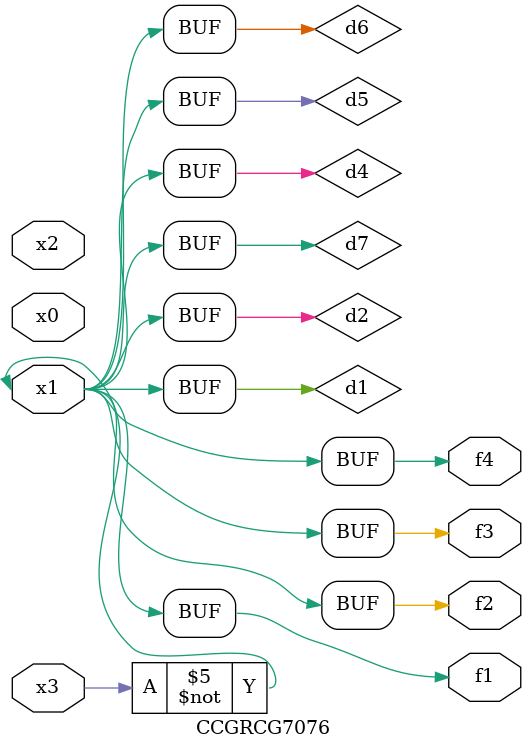
<source format=v>
module CCGRCG7076(
	input x0, x1, x2, x3,
	output f1, f2, f3, f4
);

	wire d1, d2, d3, d4, d5, d6, d7;

	not (d1, x3);
	buf (d2, x1);
	xnor (d3, d1, d2);
	nor (d4, d1);
	buf (d5, d1, d2);
	buf (d6, d4, d5);
	nand (d7, d4);
	assign f1 = d6;
	assign f2 = d7;
	assign f3 = d6;
	assign f4 = d6;
endmodule

</source>
